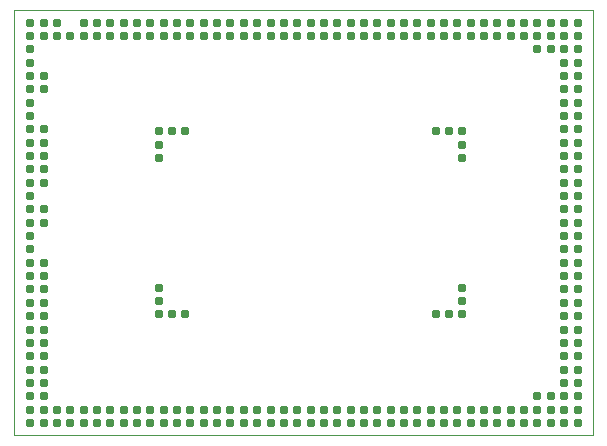
<source format=gts>
G04 EAGLE Gerber X2 export*
%TF.Part,Single*%
%TF.FileFunction,Other,Solder stop mask TOP*%
%TF.FilePolarity,Positive*%
%TF.GenerationSoftware,Autodesk,EAGLE,9.0.0*%
%TF.CreationDate,2018-09-12T04:39:06Z*%
G75*
%MOMM*%
%FSLAX34Y34*%
%LPD*%
%AMOC8*
5,1,8,0,0,1.08239X$1,22.5*%
G01*
%ADD10C,0.000000*%
%ADD11C,0.777000*%


D10*
X0Y0D02*
X490000Y0D01*
X490000Y360000D01*
X0Y360000D01*
X0Y0D01*
D11*
X13400Y349500D03*
X24700Y349500D03*
X36000Y349500D03*
X58600Y349500D03*
X69900Y349500D03*
X81200Y349500D03*
X92500Y349500D03*
X103800Y349500D03*
X115100Y349500D03*
X126400Y349500D03*
X137700Y349500D03*
X149000Y349500D03*
X160300Y349500D03*
X171600Y349500D03*
X182900Y349500D03*
X194200Y349500D03*
X205500Y349500D03*
X216800Y349500D03*
X228100Y349500D03*
X239400Y349500D03*
X250700Y349500D03*
X262000Y349500D03*
X273300Y349500D03*
X284600Y349500D03*
X295900Y349500D03*
X307200Y349500D03*
X318500Y349500D03*
X329800Y349500D03*
X341100Y349500D03*
X352400Y349500D03*
X363700Y349500D03*
X375000Y349500D03*
X386300Y349500D03*
X397600Y349500D03*
X408900Y349500D03*
X420200Y349500D03*
X431500Y349500D03*
X442800Y349500D03*
X454100Y349500D03*
X465400Y349500D03*
X476700Y349500D03*
X13400Y338200D03*
X24700Y338200D03*
X36000Y338200D03*
X47300Y338200D03*
X58600Y338200D03*
X69900Y338200D03*
X81200Y338200D03*
X92500Y338200D03*
X103800Y338200D03*
X115100Y338200D03*
X126400Y338200D03*
X137700Y338200D03*
X149000Y338200D03*
X160300Y338200D03*
X171600Y338200D03*
X182900Y338200D03*
X194200Y338200D03*
X205500Y338200D03*
X216800Y338200D03*
X228100Y338200D03*
X239400Y338200D03*
X250700Y338200D03*
X262000Y338200D03*
X273300Y338200D03*
X284600Y338200D03*
X295900Y338200D03*
X307200Y338200D03*
X318500Y338200D03*
X329800Y338200D03*
X341100Y338200D03*
X352400Y338200D03*
X363700Y338200D03*
X375000Y338200D03*
X386300Y338200D03*
X397600Y338200D03*
X408900Y338200D03*
X420200Y338200D03*
X431500Y338200D03*
X442800Y338200D03*
X454100Y338200D03*
X465400Y338200D03*
X476700Y338200D03*
X13400Y10500D03*
X24700Y10500D03*
X36000Y10500D03*
X47300Y10500D03*
X58600Y10500D03*
X69900Y10500D03*
X81200Y10500D03*
X92500Y10500D03*
X103800Y10500D03*
X115100Y10500D03*
X126400Y10500D03*
X137700Y10500D03*
X149000Y10500D03*
X160300Y10500D03*
X171600Y10500D03*
X182900Y10500D03*
X194200Y10500D03*
X205500Y10500D03*
X216800Y10500D03*
X228100Y10500D03*
X239400Y10500D03*
X250700Y10500D03*
X262000Y10500D03*
X273300Y10500D03*
X284600Y10500D03*
X295900Y10500D03*
X307200Y10500D03*
X318500Y10500D03*
X329800Y10500D03*
X341100Y10500D03*
X352400Y10500D03*
X363700Y10500D03*
X375000Y10500D03*
X386300Y10500D03*
X397600Y10500D03*
X408900Y10500D03*
X420200Y10500D03*
X431500Y10500D03*
X442800Y10500D03*
X454100Y10500D03*
X465400Y10500D03*
X476700Y10500D03*
X13400Y21800D03*
X24700Y21800D03*
X36000Y21800D03*
X47300Y21800D03*
X58600Y21800D03*
X69900Y21800D03*
X81200Y21800D03*
X92500Y21800D03*
X103800Y21800D03*
X115100Y21800D03*
X126400Y21800D03*
X137700Y21800D03*
X149000Y21800D03*
X160300Y21800D03*
X171600Y21800D03*
X182900Y21800D03*
X194200Y21800D03*
X205500Y21800D03*
X216800Y21800D03*
X228100Y21800D03*
X239400Y21800D03*
X250700Y21800D03*
X262000Y21800D03*
X273300Y21800D03*
X284600Y21800D03*
X295900Y21800D03*
X307200Y21800D03*
X318500Y21800D03*
X329800Y21800D03*
X341100Y21800D03*
X352400Y21800D03*
X363700Y21800D03*
X375000Y21800D03*
X386300Y21800D03*
X397600Y21800D03*
X408900Y21800D03*
X420200Y21800D03*
X431500Y21800D03*
X442800Y21800D03*
X454100Y21800D03*
X465400Y21800D03*
X476700Y21800D03*
X13400Y326900D03*
X13400Y315600D03*
X13400Y304300D03*
X13400Y293000D03*
X13400Y281700D03*
X13400Y270400D03*
X13400Y259100D03*
X13400Y247800D03*
X13400Y236500D03*
X13400Y225200D03*
X13400Y213900D03*
X13400Y202600D03*
X13400Y191300D03*
X13400Y180000D03*
X13400Y168700D03*
X13400Y157400D03*
X13400Y146100D03*
X13400Y134800D03*
X13400Y123500D03*
X13400Y112200D03*
X13400Y100900D03*
X13400Y89600D03*
X13400Y78300D03*
X13400Y67000D03*
X13400Y55700D03*
X13400Y44400D03*
X13400Y33100D03*
X24700Y304300D03*
X24700Y293000D03*
X24700Y259100D03*
X24700Y247800D03*
X24700Y236500D03*
X24700Y225200D03*
X24700Y213900D03*
X24700Y191300D03*
X24700Y180000D03*
X24700Y146100D03*
X24700Y134800D03*
X24700Y123500D03*
X24700Y112200D03*
X24700Y100900D03*
X24700Y89600D03*
X24700Y78300D03*
X24700Y67000D03*
X24700Y55700D03*
X24700Y44400D03*
X24700Y33100D03*
X442800Y326900D03*
X454100Y326900D03*
X465400Y326900D03*
X476700Y326900D03*
X465400Y315600D03*
X465400Y304300D03*
X465400Y293000D03*
X465400Y281700D03*
X465400Y270400D03*
X465400Y259100D03*
X465400Y247800D03*
X465400Y236500D03*
X465400Y225200D03*
X465400Y213900D03*
X465400Y202600D03*
X465400Y191300D03*
X465400Y180000D03*
X465400Y168700D03*
X465400Y157400D03*
X465400Y146100D03*
X465400Y134800D03*
X465400Y123500D03*
X465400Y112200D03*
X465400Y100900D03*
X465400Y89600D03*
X465400Y78300D03*
X465400Y67000D03*
X465400Y55700D03*
X465400Y44400D03*
X465400Y33100D03*
X476700Y33100D03*
X476700Y44400D03*
X476700Y55700D03*
X476700Y67000D03*
X476700Y78300D03*
X476700Y89600D03*
X476700Y100900D03*
X476700Y112200D03*
X476700Y123500D03*
X476700Y134800D03*
X476700Y146100D03*
X476700Y157400D03*
X476700Y168700D03*
X476700Y180000D03*
X476700Y191300D03*
X476700Y202600D03*
X476700Y213900D03*
X476700Y225200D03*
X476700Y236500D03*
X476700Y247800D03*
X476700Y259100D03*
X476700Y270400D03*
X476700Y281700D03*
X476700Y304300D03*
X476700Y293000D03*
X476700Y315600D03*
X442800Y33100D03*
X454100Y33100D03*
X122200Y257500D03*
X133500Y257500D03*
X144800Y257500D03*
X356500Y257500D03*
X367800Y257500D03*
X379100Y257500D03*
X122200Y246200D03*
X379100Y246200D03*
X122200Y234900D03*
X379100Y234900D03*
X122200Y125100D03*
X379100Y125100D03*
X122200Y113800D03*
X379100Y113800D03*
X122200Y102500D03*
X133500Y102500D03*
X144800Y102500D03*
X356500Y102500D03*
X367800Y102500D03*
X379100Y102500D03*
M02*

</source>
